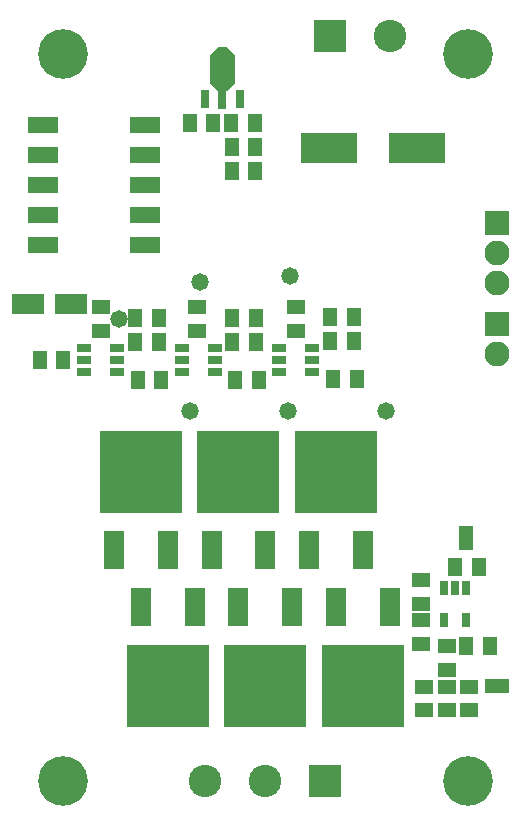
<source format=gts>
G04*
G04 #@! TF.GenerationSoftware,Altium Limited,Altium Designer,18.1.6 (161)*
G04*
G04 Layer_Color=8388736*
%FSLAX25Y25*%
%MOIN*%
G70*
G01*
G75*
%ADD27R,0.04737X0.06115*%
%ADD28R,0.07887X0.04737*%
%ADD29R,0.05131X0.03162*%
%ADD30R,0.07099X0.12611*%
%ADD31R,0.27178X0.27178*%
%ADD32R,0.06115X0.04737*%
%ADD33R,0.03162X0.04737*%
%ADD34R,0.04737X0.07887*%
%ADD35R,0.18910X0.09855*%
%ADD36R,0.03162X0.06312*%
%ADD37R,0.03162X0.06706*%
%ADD38R,0.10642X0.07099*%
%ADD39R,0.10406X0.05249*%
%ADD40C,0.10800*%
%ADD41R,0.10800X0.10800*%
%ADD42C,0.16548*%
%ADD43R,0.08300X0.08300*%
%ADD44C,0.08300*%
%ADD45C,0.05800*%
G36*
X212033Y394771D02*
X212085Y394761D01*
X212135Y394744D01*
X212181Y394721D01*
X212225Y394692D01*
X212265Y394657D01*
X214824Y392098D01*
X214858Y392059D01*
X214887Y392015D01*
X214911Y391968D01*
X214927Y391919D01*
X214938Y391867D01*
X214941Y391815D01*
Y383154D01*
X214938Y383101D01*
X214927Y383050D01*
X214911Y383000D01*
X214887Y382953D01*
X214858Y382909D01*
X214824Y382870D01*
X212265Y380311D01*
X212225Y380276D01*
X212181Y380247D01*
X212135Y380224D01*
X212085Y380207D01*
X212033Y380197D01*
X211981Y380194D01*
X209619D01*
X209567Y380197D01*
X209515Y380207D01*
X209466Y380224D01*
X209419Y380247D01*
X209375Y380276D01*
X209335Y380311D01*
X206776Y382870D01*
X206742Y382909D01*
X206713Y382953D01*
X206690Y383000D01*
X206673Y383050D01*
X206662Y383101D01*
X206659Y383154D01*
Y391815D01*
X206662Y391867D01*
X206673Y391919D01*
X206690Y391968D01*
X206713Y392015D01*
X206742Y392059D01*
X206776Y392098D01*
X209335Y394657D01*
X209375Y394692D01*
X209419Y394721D01*
X209466Y394744D01*
X209515Y394761D01*
X209567Y394771D01*
X209619Y394775D01*
X211981D01*
X212033Y394771D01*
D02*
G37*
D27*
X149863Y290450D02*
D03*
X157737D02*
D03*
X254598Y304856D02*
D03*
X246724D02*
D03*
X221974Y304656D02*
D03*
X214100D02*
D03*
X189530Y304537D02*
D03*
X181656D02*
D03*
X254598Y296800D02*
D03*
X246724D02*
D03*
X221974Y296600D02*
D03*
X214100D02*
D03*
X189530Y296502D02*
D03*
X181656D02*
D03*
X190400Y283800D02*
D03*
X182526D02*
D03*
X222900D02*
D03*
X215026D02*
D03*
X255500Y284000D02*
D03*
X247626D02*
D03*
X296337Y221400D02*
D03*
X288463D02*
D03*
X299974Y195037D02*
D03*
X292100D02*
D03*
X207737Y369531D02*
D03*
X199863D02*
D03*
X213800D02*
D03*
X221674D02*
D03*
X213863Y361531D02*
D03*
X221737D02*
D03*
X213863Y353532D02*
D03*
X221737D02*
D03*
D28*
X302200Y181700D02*
D03*
D29*
X175700Y286526D02*
D03*
Y290463D02*
D03*
Y294400D02*
D03*
X164676D02*
D03*
Y290463D02*
D03*
Y286526D02*
D03*
X208200D02*
D03*
Y290463D02*
D03*
Y294400D02*
D03*
X197176D02*
D03*
Y290463D02*
D03*
Y286526D02*
D03*
X240800D02*
D03*
Y290463D02*
D03*
Y294400D02*
D03*
X229776D02*
D03*
Y290463D02*
D03*
Y286526D02*
D03*
D30*
X174671Y227016D02*
D03*
X192624D02*
D03*
X207171D02*
D03*
X225124D02*
D03*
X239671D02*
D03*
X257624D02*
D03*
X201600Y208000D02*
D03*
X183647D02*
D03*
X234100D02*
D03*
X216147D02*
D03*
X266600D02*
D03*
X248647D02*
D03*
D31*
X183647Y253197D02*
D03*
X216147D02*
D03*
X248647D02*
D03*
X192624Y181819D02*
D03*
X225124D02*
D03*
X257624D02*
D03*
D32*
X170188Y300300D02*
D03*
Y308174D02*
D03*
X202348Y300300D02*
D03*
Y308174D02*
D03*
X235288Y300300D02*
D03*
Y308174D02*
D03*
X293100Y173763D02*
D03*
Y181637D02*
D03*
X285600Y173763D02*
D03*
Y181637D02*
D03*
X278100Y173763D02*
D03*
Y181637D02*
D03*
X276940Y195887D02*
D03*
Y203761D02*
D03*
Y209256D02*
D03*
Y217130D02*
D03*
X285600Y187163D02*
D03*
Y195037D02*
D03*
D33*
X292140Y203787D02*
D03*
X284660D02*
D03*
Y214613D02*
D03*
X288400D02*
D03*
X292140D02*
D03*
D34*
Y231300D02*
D03*
D35*
X275796Y361100D02*
D03*
X246269D02*
D03*
D36*
X204894Y377445D02*
D03*
X216705D02*
D03*
D37*
X210800Y377642D02*
D03*
D38*
X160287Y309300D02*
D03*
X146113D02*
D03*
D39*
X151100Y368800D02*
D03*
Y358800D02*
D03*
Y348800D02*
D03*
Y338800D02*
D03*
Y328800D02*
D03*
X184958Y368800D02*
D03*
Y358800D02*
D03*
Y348800D02*
D03*
Y338800D02*
D03*
Y328800D02*
D03*
D40*
X205000Y150000D02*
D03*
X225000D02*
D03*
X266532Y398600D02*
D03*
D41*
X245000Y150000D02*
D03*
X246532Y398600D02*
D03*
D42*
X157500Y392500D02*
D03*
X292500D02*
D03*
Y150000D02*
D03*
X157500D02*
D03*
D43*
X302300Y302600D02*
D03*
Y336000D02*
D03*
D44*
Y292600D02*
D03*
Y316000D02*
D03*
Y326000D02*
D03*
D45*
X176192Y304100D02*
D03*
X233200Y318600D02*
D03*
X203200Y316400D02*
D03*
X265400Y273500D02*
D03*
X232700D02*
D03*
X200000D02*
D03*
M02*

</source>
